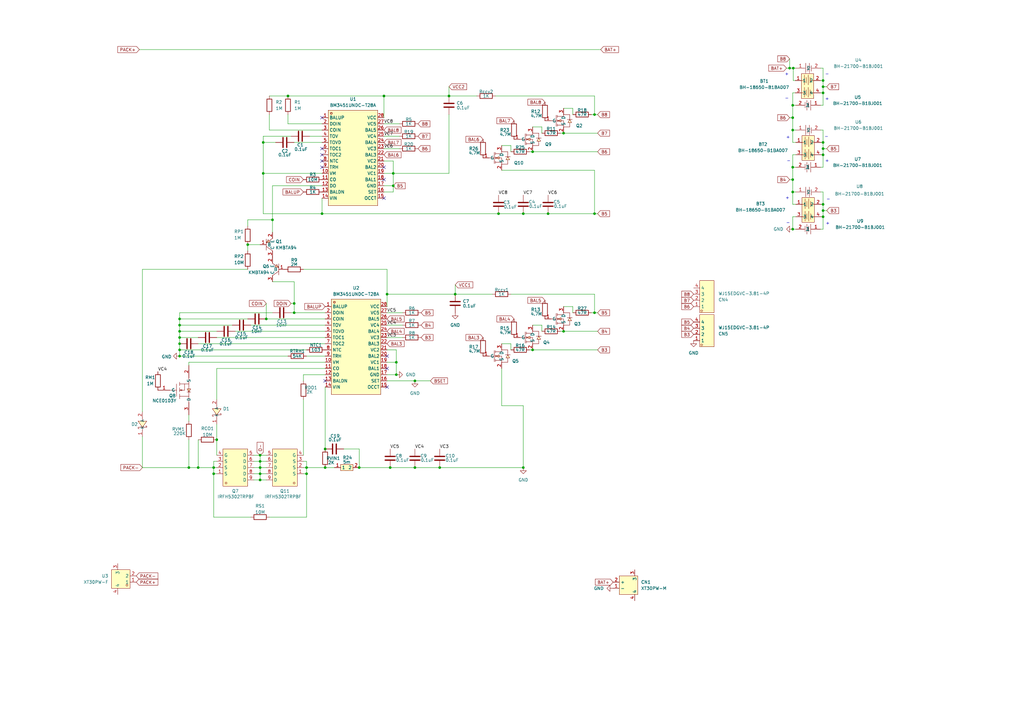
<source format=kicad_sch>
(kicad_sch (version 20250114) (generator "eeschema") (generator_version "9.0")
  (paper "A3")
  (text "+" (at 340.106 40.64 0) (effects (font (size 1.27 1.27)) (justify right)))
  (text "+" (at 340.36 91.694 0) (effects (font (size 1.27 1.27)) (justify right)))
  (text "-" (at 324.104 91.44 0) (effects (font (size 1.27 1.27)) (justify right)))
  (text "+" (at 340.106 66.04 0) (effects (font (size 1.27 1.27)) (justify right)))
  (text "+" (at 323.596 30.48 0) (effects (font (size 1.27 1.27)) (justify right)))
  (text "+" (at 324.104 56.388 0) (effects (font (size 1.27 1.27)) (justify right)))
  (text "-" (at 340.614 81.788 0) (effects (font (size 1.27 1.27)) (justify right)))
  (text "-" (at 339.852 56.134 0) (effects (font (size 1.27 1.27)) (justify right)))
  (text "-" (at 323.596 40.386 0) (effects (font (size 1.27 1.27)) (justify right)))
  (text "+" (at 323.85 81.28 0) (effects (font (size 1.27 1.27)) (justify right)))
  (text "-" (at 324.358 66.04 0) (effects (font (size 1.27 1.27)) (justify right)))
  (text "-" (at 340.106 30.48 0) (effects (font (size 1.27 1.27)) (justify right)))
  (junction (at 231.14 135.89))
  (junction (at 73.66 130.81))
  (junction (at 157.48 39.37))
  (junction (at 337.57 83.82))
  (junction (at 133.35 184.15))
  (junction (at 73.66 133.35))
  (junction (at 106.68 194.31))
  (junction (at 214.63 87.63))
  (junction (at 73.66 146.05))
  (junction (at 325.37 27.94))
  (junction (at 337.57 33.02))
  (junction (at 73.66 140.97))
  (junction (at 158.75 120.65))
  (junction (at 107.95 58.42))
  (junction (at 337.57 58.42))
  (junction (at 109.22 130.81))
  (junction (at 120.65 128.27))
  (junction (at 337.57 86.36))
  (junction (at 111.76 90.17))
  (junction (at 218.44 143.51))
  (junction (at 133.35 191.77))
  (junction (at 325.12 68.58))
  (junction (at 101.6 100.33))
  (junction (at 325.12 73.66))
  (junction (at 87.63 194.31))
  (junction (at 81.28 191.77))
  (junction (at 120.65 124.46))
  (junction (at 337.57 35.56))
  (junction (at 88.9 180.34))
  (junction (at 73.66 135.89))
  (junction (at 337.57 60.96))
  (junction (at 170.18 191.77))
  (junction (at 323.85 27.94))
  (junction (at 214.63 191.77))
  (junction (at 186.69 120.65))
  (junction (at 106.68 191.77))
  (junction (at 243.84 128.27))
  (junction (at 325.12 78.74))
  (junction (at 107.95 71.12))
  (junction (at 73.66 143.51))
  (junction (at 204.47 87.63))
  (junction (at 325.12 48.26))
  (junction (at 132.08 87.63))
  (junction (at 161.29 76.2))
  (junction (at 106.68 186.69))
  (junction (at 162.56 148.59))
  (junction (at 73.66 138.43))
  (junction (at 161.29 71.12))
  (junction (at 125.73 191.77))
  (junction (at 77.47 191.77))
  (junction (at 184.15 39.37))
  (junction (at 87.63 191.77))
  (junction (at 325.12 93.98))
  (junction (at 147.32 191.77))
  (junction (at 218.44 62.23))
  (junction (at 160.02 191.77))
  (junction (at 243.84 87.63))
  (junction (at 106.68 189.23))
  (junction (at 224.79 87.63))
  (junction (at 325.12 43.18))
  (junction (at 162.56 153.67))
  (junction (at 325.12 53.34))
  (junction (at 243.84 46.99))
  (junction (at 337.57 88.9))
  (junction (at 231.14 54.61))
  (junction (at 180.34 191.77))
  (junction (at 106.68 196.85))
  (junction (at 170.18 156.21))
  (junction (at 337.57 63.5))
  (junction (at 125.73 194.31))
  (junction (at 337.57 38.1))
  (junction (at 118.11 39.37))
  (no_connect (at 132.08 68.58))
  (no_connect (at 132.08 63.5))
  (no_connect (at 158.75 146.05))
  (no_connect (at 157.48 68.58))
  (no_connect (at 157.48 81.28))
  (no_connect (at 133.35 156.21))
  (no_connect (at 132.08 60.96))
  (no_connect (at 158.75 151.13))
  (no_connect (at 132.08 66.04))
  (no_connect (at 158.75 158.75))
  (no_connect (at 132.08 48.26))
  (no_connect (at 157.48 73.66))
  (wire (pts (xy 73.66 143.51) (xy 125.73 143.51)))
  (wire (pts (xy 133.35 153.67) (xy 124.46 153.67)))
  (wire (pts (xy 147.32 184.15) (xy 147.32 191.77)))
  (wire (pts (xy 337.57 43.18) (xy 336.55 43.18)))
  (wire (pts (xy 125.73 191.77) (xy 124.46 191.77)))
  (wire (pts (xy 120.65 115.57) (xy 120.65 124.46)))
  (wire (pts (xy 337.57 93.98) (xy 336.55 93.98)))
  (wire (pts (xy 337.57 38.1) (xy 337.82 38.1)))
  (wire (pts (xy 205.74 166.37) (xy 214.63 166.37)))
  (wire (pts (xy 161.29 71.12) (xy 161.29 66.04)))
  (wire (pts (xy 87.63 194.31) (xy 87.63 212.09)))
  (wire (pts (xy 58.42 110.49) (xy 58.42 168.91)))
  (wire (pts (xy 81.28 140.97) (xy 133.35 140.97)))
  (wire (pts (xy 325.12 88.9) (xy 325.12 93.98)))
  (wire (pts (xy 325.37 33.02) (xy 326.14 33.02)))
  (wire (pts (xy 106.68 191.77) (xy 106.68 194.31)))
  (wire (pts (xy 110.49 53.34) (xy 110.49 46.99)))
  (wire (pts (xy 87.63 212.09) (xy 102.87 212.09)))
  (wire (pts (xy 158.75 156.21) (xy 170.18 156.21)))
  (wire (pts (xy 158.75 143.51) (xy 162.56 143.51)))
  (wire (pts (xy 109.22 186.69) (xy 106.68 186.69)))
  (wire (pts (xy 73.66 140.97) (xy 73.66 143.51)))
  (wire (pts (xy 229.87 54.61) (xy 231.14 54.61)))
  (wire (pts (xy 157.48 48.26) (xy 157.48 39.37)))
  (wire (pts (xy 87.63 191.77) (xy 87.63 194.31)))
  (wire (pts (xy 109.22 124.46) (xy 109.22 130.81)))
  (wire (pts (xy 184.15 35.56) (xy 184.15 39.37)))
  (wire (pts (xy 77.47 191.77) (xy 81.28 191.77)))
  (wire (pts (xy 218.44 62.23) (xy 245.11 62.23)))
  (wire (pts (xy 109.22 194.31) (xy 106.68 194.31)))
  (wire (pts (xy 184.15 39.37) (xy 195.58 39.37)))
  (wire (pts (xy 337.57 63.5) (xy 337.57 60.96)))
  (wire (pts (xy 109.22 189.23) (xy 106.68 189.23)))
  (wire (pts (xy 133.35 158.75) (xy 133.35 184.15)))
  (wire (pts (xy 337.57 33.02) (xy 337.57 27.94)))
  (wire (pts (xy 133.35 191.77) (xy 137.16 191.77)))
  (wire (pts (xy 106.68 191.77) (xy 104.14 191.77)))
  (wire (pts (xy 157.48 78.74) (xy 161.29 78.74)))
  (wire (pts (xy 111.76 115.57) (xy 120.65 115.57)))
  (wire (pts (xy 107.95 71.12) (xy 107.95 87.63)))
  (wire (pts (xy 111.76 90.17) (xy 111.76 95.25)))
  (wire (pts (xy 87.63 189.23) (xy 87.63 191.77)))
  (wire (pts (xy 88.9 180.34) (xy 88.9 186.69)))
  (wire (pts (xy 170.18 191.77) (xy 180.34 191.77)))
  (wire (pts (xy 217.17 62.23) (xy 218.44 62.23)))
  (wire (pts (xy 337.57 63.5) (xy 337.57 68.58)))
  (wire (pts (xy 325.12 68.58) (xy 326.39 68.58)))
  (wire (pts (xy 133.35 148.59) (xy 77.47 148.59)))
  (wire (pts (xy 337.57 38.1) (xy 337.57 35.56)))
  (wire (pts (xy 140.97 184.15) (xy 147.32 184.15)))
  (wire (pts (xy 132.08 50.8) (xy 118.11 50.8)))
  (wire (pts (xy 158.75 148.59) (xy 162.56 148.59)))
  (wire (pts (xy 157.48 39.37) (xy 118.11 39.37)))
  (wire (pts (xy 325.12 53.34) (xy 325.12 48.26)))
  (wire (pts (xy 209.55 59.69) (xy 205.74 59.69)))
  (wire (pts (xy 163.83 50.8) (xy 157.48 50.8)))
  (wire (pts (xy 87.63 194.31) (xy 88.9 194.31)))
  (wire (pts (xy 325.37 27.94) (xy 326.39 27.94)))
  (wire (pts (xy 158.75 110.49) (xy 158.75 120.65)))
  (wire (pts (xy 214.63 87.63) (xy 224.79 87.63)))
  (wire (pts (xy 73.66 138.43) (xy 73.66 140.97)))
  (wire (pts (xy 325.12 63.5) (xy 325.12 68.58)))
  (wire (pts (xy 127 55.88) (xy 132.08 55.88)))
  (wire (pts (xy 58.42 179.07) (xy 58.42 191.77)))
  (wire (pts (xy 157.48 66.04) (xy 161.29 66.04)))
  (wire (pts (xy 323.85 24.13) (xy 323.85 27.94)))
  (wire (pts (xy 158.75 120.65) (xy 186.69 120.65)))
  (wire (pts (xy 325.12 78.74) (xy 326.39 78.74)))
  (wire (pts (xy 325.37 33.02) (xy 325.37 27.94)))
  (wire (pts (xy 337.57 86.36) (xy 337.57 83.82)))
  (wire (pts (xy 87.63 189.23) (xy 88.9 189.23)))
  (wire (pts (xy 325.12 38.1) (xy 325.12 43.18)))
  (wire (pts (xy 339.09 35.56) (xy 337.57 35.56)))
  (wire (pts (xy 214.63 166.37) (xy 214.63 191.77)))
  (wire (pts (xy 337.57 38.1) (xy 337.57 43.18)))
  (wire (pts (xy 337.57 78.74) (xy 336.55 78.74)))
  (wire (pts (xy 132.08 76.2) (xy 111.76 76.2)))
  (wire (pts (xy 165.1 138.43) (xy 158.75 138.43)))
  (wire (pts (xy 58.42 191.77) (xy 77.47 191.77)))
  (wire (pts (xy 234.95 44.45) (xy 231.14 44.45)))
  (wire (pts (xy 245.11 128.27) (xy 243.84 128.27)))
  (wire (pts (xy 243.84 46.99) (xy 242.57 46.99)))
  (wire (pts (xy 125.73 194.31) (xy 124.46 194.31)))
  (wire (pts (xy 73.66 130.81) (xy 101.6 130.81)))
  (wire (pts (xy 125.73 191.77) (xy 125.73 194.31)))
  (wire (pts (xy 101.6 102.87) (xy 101.6 100.33)))
  (wire (pts (xy 81.28 191.77) (xy 87.63 191.77)))
  (wire (pts (xy 243.84 128.27) (xy 242.57 128.27)))
  (wire (pts (xy 186.69 120.65) (xy 201.93 120.65)))
  (wire (pts (xy 337.57 68.58) (xy 336.55 68.58)))
  (wire (pts (xy 243.84 120.65) (xy 243.84 128.27)))
  (wire (pts (xy 229.87 135.89) (xy 231.14 135.89)))
  (wire (pts (xy 203.2 39.37) (xy 243.84 39.37)))
  (wire (pts (xy 243.84 46.99) (xy 245.11 46.99)))
  (wire (pts (xy 325.12 83.82) (xy 326.39 83.82)))
  (wire (pts (xy 157.48 71.12) (xy 161.29 71.12)))
  (wire (pts (xy 106.68 186.69) (xy 106.68 189.23)))
  (wire (pts (xy 125.73 189.23) (xy 124.46 189.23)))
  (wire (pts (xy 337.57 63.5) (xy 336.8 63.5)))
  (wire (pts (xy 326.14 38.1) (xy 325.12 38.1)))
  (wire (pts (xy 322.58 27.94) (xy 323.85 27.94)))
  (wire (pts (xy 110.49 212.09) (xy 125.73 212.09)))
  (wire (pts (xy 325.12 88.9) (xy 326.39 88.9)))
  (wire (pts (xy 165.1 128.27) (xy 158.75 128.27)))
  (wire (pts (xy 125.73 191.77) (xy 133.35 191.77)))
  (wire (pts (xy 204.47 87.63) (xy 214.63 87.63)))
  (wire (pts (xy 163.83 60.96) (xy 157.48 60.96)))
  (wire (pts (xy 73.66 135.89) (xy 88.9 135.89)))
  (wire (pts (xy 73.66 128.27) (xy 73.66 130.81)))
  (wire (pts (xy 106.68 189.23) (xy 104.14 189.23)))
  (wire (pts (xy 180.34 191.77) (xy 214.63 191.77)))
  (wire (pts (xy 163.83 55.88) (xy 157.48 55.88)))
  (wire (pts (xy 323.85 27.94) (xy 325.37 27.94)))
  (wire (pts (xy 184.15 71.12) (xy 161.29 71.12)))
  (wire (pts (xy 325.12 73.66) (xy 325.12 78.74)))
  (wire (pts (xy 87.63 191.77) (xy 88.9 191.77)))
  (wire (pts (xy 111.76 76.2) (xy 111.76 90.17)))
  (wire (pts (xy 224.79 87.63) (xy 243.84 87.63)))
  (wire (pts (xy 88.9 138.43) (xy 133.35 138.43)))
  (wire (pts (xy 101.6 92.71) (xy 101.6 90.17)))
  (wire (pts (xy 73.66 133.35) (xy 95.25 133.35)))
  (wire (pts (xy 120.65 128.27) (xy 133.35 128.27)))
  (wire (pts (xy 73.66 133.35) (xy 73.66 135.89)))
  (wire (pts (xy 109.22 191.77) (xy 106.68 191.77)))
  (wire (pts (xy 245.11 54.61) (xy 231.14 54.61)))
  (wire (pts (xy 234.95 46.99) (xy 234.95 44.45)))
  (wire (pts (xy 184.15 46.99) (xy 184.15 71.12)))
  (wire (pts (xy 165.1 133.35) (xy 158.75 133.35)))
  (wire (pts (xy 57.15 20.32) (xy 246.38 20.32)))
  (wire (pts (xy 323.85 48.26) (xy 325.12 48.26)))
  (wire (pts (xy 125.73 194.31) (xy 125.73 212.09)))
  (wire (pts (xy 111.76 128.27) (xy 73.66 128.27)))
  (wire (pts (xy 325.12 68.58) (xy 325.12 73.66)))
  (wire (pts (xy 81.28 180.34) (xy 81.28 191.77)))
  (wire (pts (xy 73.66 130.81) (xy 73.66 133.35)))
  (wire (pts (xy 101.6 100.33) (xy 106.68 100.33)))
  (wire (pts (xy 243.84 87.63) (xy 245.11 87.63)))
  (wire (pts (xy 337.57 60.96) (xy 337.57 58.42)))
  (wire (pts (xy 158.75 120.65) (xy 158.75 125.73)))
  (wire (pts (xy 158.75 153.67) (xy 162.56 153.67)))
  (wire (pts (xy 245.11 143.51) (xy 218.44 143.51)))
  (wire (pts (xy 337.57 83.82) (xy 337.57 78.74)))
  (wire (pts (xy 323.85 73.66) (xy 325.12 73.66)))
  (wire (pts (xy 337.57 58.42) (xy 337.57 53.34)))
  (wire (pts (xy 205.74 151.13) (xy 205.74 166.37)))
  (wire (pts (xy 120.65 58.42) (xy 132.08 58.42)))
  (wire (pts (xy 186.69 116.84) (xy 186.69 120.65)))
  (wire (pts (xy 160.02 191.77) (xy 170.18 191.77)))
  (wire (pts (xy 161.29 78.74) (xy 161.29 76.2)))
  (wire (pts (xy 147.32 191.77) (xy 160.02 191.77)))
  (wire (pts (xy 337.57 33.02) (xy 336.55 33.02)))
  (wire (pts (xy 157.48 39.37) (xy 184.15 39.37)))
  (wire (pts (xy 119.38 55.88) (xy 107.95 55.88)))
  (wire (pts (xy 73.66 135.89) (xy 73.66 138.43)))
  (wire (pts (xy 119.38 124.46) (xy 120.65 124.46)))
  (wire (pts (xy 337.57 38.1) (xy 336.55 38.1)))
  (wire (pts (xy 337.57 88.9) (xy 337.57 86.36)))
  (wire (pts (xy 106.68 194.31) (xy 106.68 196.85)))
  (wire (pts (xy 107.95 87.63) (xy 132.08 87.63)))
  (wire (pts (xy 243.84 69.85) (xy 243.84 87.63)))
  (wire (pts (xy 96.52 135.89) (xy 133.35 135.89)))
  (wire (pts (xy 325.12 93.98) (xy 326.39 93.98)))
  (wire (pts (xy 107.95 71.12) (xy 132.08 71.12)))
  (wire (pts (xy 88.9 151.13) (xy 133.35 151.13)))
  (wire (pts (xy 88.9 151.13) (xy 88.9 163.83)))
  (wire (pts (xy 337.57 88.9) (xy 336.8 88.9)))
  (wire (pts (xy 107.95 58.42) (xy 113.03 58.42)))
  (wire (pts (xy 176.53 156.21) (xy 170.18 156.21)))
  (wire (pts (xy 337.57 35.56) (xy 337.57 33.02)))
  (wire (pts (xy 162.56 148.59) (xy 162.56 153.67)))
  (wire (pts (xy 337.57 83.82) (xy 336.8 83.82)))
  (wire (pts (xy 337.57 53.34) (xy 336.55 53.34)))
  (wire (pts (xy 102.87 133.35) (xy 133.35 133.35)))
  (wire (pts (xy 325.12 53.34) (xy 326.39 53.34)))
  (wire (pts (xy 77.47 180.34) (xy 77.47 191.77)))
  (wire (pts (xy 245.11 135.89) (xy 231.14 135.89)))
  (wire (pts (xy 125.73 189.23) (xy 125.73 191.77)))
  (wire (pts (xy 73.66 138.43) (xy 81.28 138.43)))
  (wire (pts (xy 101.6 110.49) (xy 58.42 110.49)))
  (wire (pts (xy 132.08 53.34) (xy 110.49 53.34)))
  (wire (pts (xy 222.25 133.35) (xy 218.44 133.35)))
  (wire (pts (xy 222.25 54.61) (xy 222.25 52.07)))
  (wire (pts (xy 107.95 55.88) (xy 107.95 58.42)))
  (wire (pts (xy 162.56 143.51) (xy 162.56 148.59)))
  (wire (pts (xy 243.84 39.37) (xy 243.84 46.99)))
  (wire (pts (xy 107.95 58.42) (xy 107.95 71.12)))
  (wire (pts (xy 222.25 135.89) (xy 222.25 133.35)))
  (wire (pts (xy 101.6 90.17) (xy 111.76 90.17)))
  (wire (pts (xy 109.22 130.81) (xy 133.35 130.81)))
  (wire (pts (xy 339.09 60.96) (xy 337.57 60.96)))
  (wire (pts (xy 337.57 58.42) (xy 336.8 58.42)))
  (wire (pts (xy 110.49 39.37) (xy 118.11 39.37)))
  (wire (pts (xy 325.12 58.42) (xy 326.39 58.42)))
  (wire (pts (xy 73.66 146.05) (xy 118.11 146.05)))
  (wire (pts (xy 73.66 143.51) (xy 73.66 146.05)))
  (wire (pts (xy 325.12 43.18) (xy 325.12 48.26)))
  (wire (pts (xy 339.09 86.36) (xy 337.57 86.36)))
  (wire (pts (xy 222.25 52.07) (xy 218.44 52.07)))
  (wire (pts (xy 124.46 163.83) (xy 124.46 186.69)))
  (wire (pts (xy 209.55 62.23) (xy 209.55 59.69)))
  (wire (pts (xy 124.46 153.67) (xy 124.46 156.21)))
  (wire (pts (xy 325.12 53.34) (xy 325.12 58.42)))
  (wire (pts (xy 106.68 196.85) (xy 104.14 196.85)))
  (wire (pts (xy 106.68 194.31) (xy 104.14 194.31)))
  (wire (pts (xy 77.47 148.59) (xy 77.47 149.86)))
  (wire (pts (xy 124.46 110.49) (xy 158.75 110.49)))
  (wire (pts (xy 118.11 50.8) (xy 118.11 46.99)))
  (wire (pts (xy 132.08 81.28) (xy 132.08 87.63)))
  (wire (pts (xy 325.12 43.18) (xy 326.39 43.18)))
  (wire (pts (xy 209.55 143.51) (xy 209.55 140.97)))
  (wire (pts (xy 88.9 180.34) (xy 88.9 173.99)))
  (wire (pts (xy 77.47 172.72) (xy 77.47 170.18)))
  (wire (pts (xy 337.57 88.9) (xy 337.57 93.98)))
  (wire (pts (xy 119.38 128.27) (xy 120.65 128.27)))
  (wire (pts (xy 337.57 27.94) (xy 336.55 27.94)))
  (wire (pts (xy 234.95 125.73) (xy 231.14 125.73)))
  (wire (pts (xy 161.29 76.2) (xy 161.29 71.12)))
  (wire (pts (xy 106.68 186.69) (xy 104.14 186.69)))
  (wire (pts (xy 209.55 120.65) (xy 243.84 120.65)))
  (wire (pts (xy 132.08 87.63) (xy 204.47 87.63)))
  (wire (pts (xy 109.22 196.85) (xy 106.68 196.85)))
  (wire (pts (xy 209.55 140.97) (xy 205.74 140.97)))
  (wire (pts (xy 205.74 69.85) (xy 243.84 69.85)))
  (wire (pts (xy 234.95 128.27) (xy 234.95 125.73)))
  (wire (pts (xy 217.17 143.51) (xy 218.44 143.51)))
  (wire (pts (xy 161.29 76.2) (xy 157.48 76.2)))
  (wire (pts (xy 120.65 124.46) (xy 120.65 128.27)))
  (wire (pts (xy 125.73 146.05) (xy 133.35 146.05)))
  (wire (pts (xy 325.12 63.5) (xy 326.39 63.5)))
  (wire (pts (xy 106.68 189.23) (xy 106.68 191.77)))
  (wire (pts (xy 325.12 78.74) (xy 325.12 83.82)))
  (label "VC3" (at 158.75 138.43 0))
  (label "VC6" (at 224.79 80.01 0))
  (label "VC7" (at 157.48 55.88 0))
  (label "VC4" (at 64.77 152.4 0))
  (label "VC3" (at 180.34 184.15 0))
  (label "VC8" (at 204.47 80.01 0))
  (label "VC7" (at 214.63 80.01 0))
  (label "VC4" (at 170.18 184.15 0))
  (label "VC4" (at 158.75 133.35 0))
  (label "VC6" (at 157.48 60.96 0))
  (label "VC5" (at 158.75 128.27 0))
  (label "VC8" (at 157.48 50.8 0))
  (label "VC5" (at 160.02 184.15 0))
  (global_label "BAT+" (shape input) (at 322.58 27.94 180) (property "Intersheetrefs" "${INTERSHEET_REFS}" (effects (hide yes))))
  (global_label "VCC2" (shape input) (at 184.15 35.56 0) (property "Intersheetrefs" "${INTERSHEET_REFS}" (effects (hide yes))))
  (global_label "BAL3" (shape input) (at 198.12 138.43 180) (property "Intersheetrefs" "${INTERSHEET_REFS}" (effects (hide yes))))
  (global_label "B5" (shape input) (at 339.09 60.96 0) (property "Intersheetrefs" "${INTERSHEET_REFS}" (effects (hide yes))))
  (global_label "B3" (shape input) (at 339.09 86.36 0) (property "Intersheetrefs" "${INTERSHEET_REFS}" (effects (hide yes))))
  (global_label "B6" (shape input) (at 171.45 60.96 0) (property "Intersheetrefs" "${INTERSHEET_REFS}" (effects (hide yes))))
  (global_label "PACK-" (shape input) (at 58.42 191.77 180) (property "Intersheetrefs" "${INTERSHEET_REFS}" (effects (hide yes))))
  (global_label "B6" (shape input) (at 323.85 48.26 180) (property "Intersheetrefs" "${INTERSHEET_REFS}" (effects (hide yes))))
  (global_label "BAL6" (shape input) (at 157.48 63.5 0) (property "Intersheetrefs" "${INTERSHEET_REFS}" (effects (hide yes))))
  (global_label "BAT+" (shape input) (at 246.38 20.32 0) (property "Intersheetrefs" "${INTERSHEET_REFS}" (effects (hide yes))))
  (global_label "BAL8" (shape input) (at 157.48 53.34 0) (property "Intersheetrefs" "${INTERSHEET_REFS}" (effects (hide yes))))
  (global_label "BALUP" (shape input) (at 133.35 125.73 180) (property "Intersheetrefs" "${INTERSHEET_REFS}" (effects (hide yes))))
  (global_label "BALUP" (shape input) (at 124.46 78.74 180) (property "Intersheetrefs" "${INTERSHEET_REFS}" (effects (hide yes))))
  (global_label "B3" (shape input) (at 172.72 138.43 0) (property "Intersheetrefs" "${INTERSHEET_REFS}" (effects (hide yes))))
  (global_label "B5" (shape input) (at 172.72 128.27 0) (property "Intersheetrefs" "${INTERSHEET_REFS}" (effects (hide yes))))
  (global_label "VCC1" (shape input) (at 186.69 116.84 0) (property "Intersheetrefs" "${INTERSHEET_REFS}" (effects (hide yes))))
  (global_label "B4" (shape input) (at 245.11 135.89 0) (property "Intersheetrefs" "${INTERSHEET_REFS}" (effects (hide yes))))
  (global_label "B8" (shape input) (at 171.45 50.8 0) (property "Intersheetrefs" "${INTERSHEET_REFS}" (effects (hide yes))))
  (global_label "B8" (shape input) (at 245.11 46.99 0) (property "Intersheetrefs" "${INTERSHEET_REFS}" (effects (hide yes))))
  (global_label "B5" (shape input) (at 245.11 128.27 0) (property "Intersheetrefs" "${INTERSHEET_REFS}" (effects (hide yes))))
  (global_label "BAL5" (shape input) (at 223.52 123.19 180) (property "Intersheetrefs" "${INTERSHEET_REFS}" (effects (hide yes))))
  (global_label "O-" (shape input) (at 106.68 186.69 90) (property "Intersheetrefs" "${INTERSHEET_REFS}" (effects (hide yes))))
  (global_label "COIN" (shape input) (at 109.22 124.46 180) (property "Intersheetrefs" "${INTERSHEET_REFS}" (effects (hide yes))))
  (global_label "B5" (shape input) (at 161.29 76.2 0) (property "Intersheetrefs" "${INTERSHEET_REFS}" (effects (hide yes))))
  (global_label "BSET" (shape input) (at 176.53 156.21 0) (property "Intersheetrefs" "${INTERSHEET_REFS}" (effects (hide yes))))
  (global_label "BAL6" (shape input) (at 198.12 57.15 180) (property "Intersheetrefs" "${INTERSHEET_REFS}" (effects (hide yes))))
  (global_label "B6" (shape input) (at 284.48 125.73 180) (property "Intersheetrefs" "${INTERSHEET_REFS}" (effects (hide yes))))
  (global_label "B4" (shape input) (at 323.85 73.66 180) (property "Intersheetrefs" "${INTERSHEET_REFS}" (effects (hide yes))))
  (global_label "B5" (shape input) (at 245.11 87.63 0) (property "Intersheetrefs" "${INTERSHEET_REFS}" (effects (hide yes))))
  (global_label "DOIN" (shape input) (at 119.38 124.46 180) (property "Intersheetrefs" "${INTERSHEET_REFS}" (effects (hide yes))))
  (global_label "BAL3" (shape input) (at 158.75 140.97 0) (property "Intersheetrefs" "${INTERSHEET_REFS}" (effects (hide yes))))
  (global_label "B6" (shape input) (at 245.11 62.23 0) (property "Intersheetrefs" "${INTERSHEET_REFS}" (effects (hide yes))))
  (global_label "B7" (shape input) (at 171.45 55.88 0) (property "Intersheetrefs" "${INTERSHEET_REFS}" (effects (hide yes))))
  (global_label "B8" (shape input) (at 323.85 24.13 180) (property "Intersheetrefs" "${INTERSHEET_REFS}" (effects (hide yes))))
  (global_label "BAL4" (shape input) (at 210.82 130.81 180) (property "Intersheetrefs" "${INTERSHEET_REFS}" (effects (hide yes))))
  (global_label "BAL4" (shape input) (at 158.75 135.89 0) (property "Intersheetrefs" "${INTERSHEET_REFS}" (effects (hide yes))))
  (global_label "B3" (shape input) (at 284.48 137.16 180) (property "Intersheetrefs" "${INTERSHEET_REFS}" (effects (hide yes))))
  (global_label "B4" (shape input) (at 284.48 134.62 180) (property "Intersheetrefs" "${INTERSHEET_REFS}" (effects (hide yes))))
  (global_label "BAL8" (shape input) (at 223.52 41.91 180) (property "Intersheetrefs" "${INTERSHEET_REFS}" (effects (hide yes))))
  (global_label "PACK-" (shape input) (at 55.88 236.22 0) (property "Intersheetrefs" "${INTERSHEET_REFS}" (effects (hide yes))))
  (global_label "B7" (shape input) (at 245.11 54.61 0) (property "Intersheetrefs" "${INTERSHEET_REFS}" (effects (hide yes))))
  (global_label "B8" (shape input) (at 284.48 120.65 180) (property "Intersheetrefs" "${INTERSHEET_REFS}" (effects (hide yes))))
  (global_label "BAT+" (shape input) (at 251.46 238.76 180) (property "Intersheetrefs" "${INTERSHEET_REFS}" (effects (hide yes))))
  (global_label "BAL7" (shape input) (at 157.48 58.42 0) (property "Intersheetrefs" "${INTERSHEET_REFS}" (effects (hide yes))))
  (global_label "B7" (shape input) (at 284.48 123.19 180) (property "Intersheetrefs" "${INTERSHEET_REFS}" (effects (hide yes))))
  (global_label "BAL7" (shape input) (at 210.82 49.53 180) (property "Intersheetrefs" "${INTERSHEET_REFS}" (effects (hide yes))))
  (global_label "B4" (shape input) (at 172.72 133.35 0) (property "Intersheetrefs" "${INTERSHEET_REFS}" (effects (hide yes))))
  (global_label "COIN" (shape input) (at 124.46 73.66 180) (property "Intersheetrefs" "${INTERSHEET_REFS}" (effects (hide yes))))
  (global_label "PACK+" (shape input) (at 55.88 238.76 0) (property "Intersheetrefs" "${INTERSHEET_REFS}" (effects (hide yes))))
  (global_label "BAL5" (shape input) (at 158.75 130.81 0) (property "Intersheetrefs" "${INTERSHEET_REFS}" (effects (hide yes))))
  (global_label "PACK+" (shape input) (at 57.15 20.32 180) (property "Intersheetrefs" "${INTERSHEET_REFS}" (effects (hide yes))))
  (global_label "B5" (shape input) (at 284.48 132.08 180) (property "Intersheetrefs" "${INTERSHEET_REFS}" (effects (hide yes))))
  (global_label "B3" (shape input) (at 245.11 143.51 0) (property "Intersheetrefs" "${INTERSHEET_REFS}" (effects (hide yes))))
  (global_label "B7" (shape input) (at 339.09 35.56 0) (property "Intersheetrefs" "${INTERSHEET_REFS}" (effects (hide yes))))
  (symbol (lib_id "Device:R") (at 167.64 50.8 270) (unit 1)
    (property "Reference" "R5" (at 167.64 49.022 90))
    (property "Value" "1K" (at 167.64 50.8 90))
    (property "Footprint" "Resistor_SMD:R_0603_1608Metric_Pad0.98x0.95mm_HandSolder" (effects (hide yes)))
    (property "Description" "Resistor" (effects (hide yes)))
  )
  (symbol (lib_id "Device:R") (at 101.6 106.68 0) (unit 1)
    (property "Reference" "RP2" (at 96.012 105.156 0) (effects (justify left)))
    (property "Value" "10M" (at 96.012 107.696 0) (effects (justify left)))
    (property "Footprint" "Resistor_SMD:R_0603_1608Metric_Pad0.98x0.95mm_HandSolder" (effects (hide yes)))
    (property "Description" "Resistor" (effects (hide yes)))
  )
  (symbol (lib_id "Device:C") (at 214.63 83.82 180) (unit 1)
    (property "Reference" "C4" (at 218.186 82.804 0))
    (property "Value" "0.1uF" (at 219.71 84.582 0))
    (property "Footprint" "Capacitor_SMD:C_0603_1608Metric_Pad1.08x0.95mm_HandSolder" (effects (hide yes)))
    (property "Description" "Unpolarized capacitor" (effects (hide yes)))
  )
  (symbol (lib_id "Device:C") (at 184.15 43.18 180) (unit 1)
    (property "Reference" "C6" (at 188.595 42.291 0))
    (property "Value" "0.1uF" (at 189.992 44.196 0))
    (property "Footprint" "Capacitor_SMD:C_0603_1608Metric_Pad1.08x0.95mm_HandSolder" (effects (hide yes)))
    (property "Description" "Unpolarized capacitor" (effects (hide yes)))
  )
  (symbol (lib_id "easyeda2kicad:B5819W_C917036") (at 88.9 168.91 90) (unit 1)
    (property "Reference" "D1" (at 91.44 167.6399 90) (effects (justify right)))
    (property "Value" "B5819W_C917036" (effects (hide yes)))
    (property "Footprint" "easyeda2kicad:SOD-123_L2.8-W1.8-LS3.7-RD-1" (effects (hide yes)))
    (property "Datasheet" "https://lcsc.com/product-detail/Schottky-Barrier-Diodes-SBD_JSMSEMI-B5819W_C917036.html" (effects (hide yes)))
    (property "LCSC Part" "C917036" (effects (hide yes)))
  )
  (symbol (lib_id "Device:C") (at 99.06 133.35 90) (unit 1)
    (property "Reference" "C15" (at 99.06 136.906 90))
    (property "Value" "0.1uF" (at 99.06 138.43 90))
    (property "Footprint" "Capacitor_SMD:C_0603_1608Metric_Pad1.08x0.95mm_HandSolder" (effects (hide yes)))
    (property "Description" "Unpolarized capacitor" (effects (hide yes)))
  )
  (symbol (lib_id "easyeda2kicad:IRFH5302TRPBF") (at 116.84 191.77 180) (unit 1)
    (property "Reference" "Q11" (at 116.84 201.422 0))
    (property "Value" "IRFH5302TRPBF" (at 116.078 203.708 0))
    (property "Footprint" "easyeda2kicad:PQFN-8_L6.0-W5.0-P1.27-LS6.0-BL" (effects (hide yes)))
    (property "Datasheet" "https://lcsc.com/product-detail/MOSFET_Infineon_IRFH5302TRPBF_IRFH5302TRPBF_C148153.html" (effects (hide yes)))
    (property "LCSC Part" "C148153" (effects (hide yes)))
  )
  (symbol (lib_id "easyeda2kicad:BM3451UNDC-T28A") (at 146.05 142.24 0) (unit 1)
    (property "Reference" "U2" (at 146.05 118.11 0))
    (property "Value" "BM3451UNDC-T28A" (at 146.05 120.65 0))
    (property "Footprint" "easyeda2kicad:TSSOP-28_L9.7-W4.4-P0.65-LS6.4-BL" (effects (hide yes)))
    (property "Datasheet" "https://lcsc.com/product-detail/Battery-Protection-ICs_BM3451UNDC-T28A_C94597.html" (effects (hide yes)))
    (property "LCSC Part" "C94597" (effects (hide yes)))
  )
  (symbol (lib_id "easyeda2kicad:SI2302A-TP") (at 218.44 138.43 0) (unit 1)
    (property "Reference" "Q4" (at 222.758 140.462 0) (effects (justify left)))
    (property "Value" "SI2302A-TP" (effects (hide yes)))
    (property "Footprint" "easyeda2kicad:SOT-23-3_L2.9-W1.3-P1.90-LS2.4-BR" (effects (hide yes)))
    (property "Datasheet" "https://lcsc.com/product-detail/MOSFET_MCC-Micro-Commercial-Components-MCC-SI2302A-TP_C668996.html" (effects (hide yes)))
    (property "LCSC Part" "C668996" (effects (hide yes)))
  )
  (symbol (lib_id "power:GND") (at 73.66 146.05 270) (unit 1)
    (property "Reference" "#PWR07" (effects (hide yes)))
    (property "Value" "GND" (at 68.326 146.304 90))
    (property "Description" "Power symbol creates a global label with name \"GND\" , ground" (effects (hide yes)))
  )
  (symbol (lib_id "Device:R") (at 238.76 128.27 270) (unit 1)
    (property "Reference" "R27" (at 238.76 126.492 90))
    (property "Value" "47R" (at 238.76 128.27 90))
    (property "Footprint" "Resistor_SMD:R_1206_3216Metric_Pad1.30x1.75mm_HandSolder" (effects (hide yes)))
    (property "Description" "Resistor" (effects (hide yes)))
  )
  (symbol (lib_id "easyeda2kicad:BH-18650-B1BA007") (at 331.47 86.36 0) (unit 1)
    (property "Reference" "BT3" (at 311.912 83.566 0))
    (property "Value" "BH-18650-B1BA007" (at 311.912 86.106 0))
    (property "Footprint" "easyeda2kicad:BAT-SMD_BH-18650-B1BA007" (effects (hide yes)))
    (property "LCSC Part" "C6937126" (effects (hide yes)))
  )
  (symbol (lib_id "easyeda2kicad:BM3451UNDC-T28A") (at 144.78 64.77 0) (unit 1)
    (property "Reference" "U1" (at 144.78 40.64 0))
    (property "Value" "BM3451UNDC-T28A" (at 144.78 43.18 0))
    (property "Footprint" "easyeda2kicad:TSSOP-28_L9.7-W4.4-P0.65-LS6.4-BL" (effects (hide yes)))
    (property "Datasheet" "https://lcsc.com/product-detail/Battery-Protection-ICs_BM3451UNDC-T28A_C94597.html" (effects (hide yes)))
    (property "LCSC Part" "C94597" (effects (hide yes)))
  )
  (symbol (lib_id "Device:R") (at 120.65 110.49 270) (unit 1)
    (property "Reference" "R9" (at 120.65 106.68 90))
    (property "Value" "2M" (at 120.65 108.458 90))
    (property "Footprint" "Resistor_SMD:R_0603_1608Metric_Pad0.98x0.95mm_HandSolder" (effects (hide yes)))
    (property "Description" "Resistor" (effects (hide yes)))
  )
  (symbol (lib_id "Device:R") (at 223.52 127 0) (unit 1)
    (property "Reference" "R13" (at 219.71 127 0))
    (property "Value" "4.7M" (at 219.964 128.778 0))
    (property "Footprint" "Resistor_SMD:R_0603_1608Metric_Pad0.98x0.95mm_HandSolder" (effects (hide yes)))
    (property "Description" "Resistor" (effects (hide yes)))
  )
  (symbol (lib_id "Device:R") (at 106.68 212.09 90) (unit 1)
    (property "Reference" "RS1" (at 106.68 207.518 90))
    (property "Value" "10M" (at 106.68 210.058 90))
    (property "Footprint" "Resistor_SMD:R_0603_1608Metric_Pad0.98x0.95mm_HandSolder" (effects (hide yes)))
    (property "Description" "Resistor" (effects (hide yes)))
  )
  (symbol (lib_id "easyeda2kicad:BH-18650-B1BA007") (at 331.47 60.96 0) (unit 1)
    (property "Reference" "BT2" (at 312.928 59.182 0))
    (property "Value" "BH-18650-B1BA007" (at 312.928 61.722 0))
    (property "Footprint" "easyeda2kicad:BAT-SMD_BH-18650-B1BA007" (effects (hide yes)))
    (property "LCSC Part" "C6937126" (effects (hide yes)))
  )
  (symbol (lib_id "power:GND") (at 284.48 139.7 0) (unit 1)
    (property "Reference" "#PWR09" (effects (hide yes)))
    (property "Value" "GND" (at 284.48 144.78 0))
    (property "Description" "Power symbol creates a global label with name \"GND\" , ground" (effects (hide yes)))
  )
  (symbol (lib_id "Device:R") (at 238.76 46.99 270) (unit 1)
    (property "Reference" "R18" (at 238.76 45.212 90))
    (property "Value" "47R" (at 238.76 46.99 90))
    (property "Footprint" "Resistor_SMD:R_1206_3216Metric_Pad1.30x1.75mm_HandSolder" (effects (hide yes)))
    (property "Description" "Resistor" (effects (hide yes)))
  )
  (symbol (lib_id "power:GND") (at 214.63 191.77 0) (unit 1)
    (property "Reference" "#PWR05" (effects (hide yes)))
    (property "Value" "GND" (at 214.63 196.85 0))
    (property "Description" "Power symbol creates a global label with name \"GND\" , ground" (effects (hide yes)))
  )
  (symbol (lib_id "easyeda2kicad:BH-21700-B1BJ001") (at 331.47 43.18 180) (unit 1)
    (property "Reference" "U5" (at 351.79 39.878 0))
    (property "Value" "BH-21700-B1BJ001" (at 351.79 42.418 0))
    (property "Footprint" "easyeda2kicad:BAT-SMD_L82.5.5-W25-BH-21700-B1BJ001" (effects (hide yes)))
    (property "LCSC Part" "C20606791" (effects (hide yes)))
  )
  (symbol (lib_id "easyeda2kicad:BH-18650-B1BA007") (at 331.22 35.56 0) (unit 1)
    (property "Reference" "BT1" (at 313.44 33.274 0))
    (property "Value" "BH-18650-B1BA007" (at 313.44 35.814 0))
    (property "Footprint" "easyeda2kicad:BAT-SMD_BH-18650-B1BA007" (effects (hide yes)))
    (property "LCSC Part" "C6937126" (effects (hide yes)))
  )
  (symbol (lib_id "Device:C") (at 224.79 83.82 180) (unit 1)
    (property "Reference" "C5" (at 228.346 82.804 0))
    (property "Value" "0.1uF" (at 229.87 84.582 0))
    (property "Footprint" "Capacitor_SMD:C_0603_1608Metric_Pad1.08x0.95mm_HandSolder" (effects (hide yes)))
    (property "Description" "Unpolarized capacitor" (effects (hide yes)))
  )
  (symbol (lib_id "easyeda2kicad:NCE0103Y") (at 77.47 160.02 0) (mirror x) (unit 1)
    (property "Reference" "Q8" (at 69.342 162.306 0) (effects (justify left)))
    (property "Value" "NCE0103Y" (at 62.484 164.338 0) (effects (justify left)))
    (property "Footprint" "easyeda2kicad:SOT-23-3_L2.9-W1.6-P1.90-LS2.8-BR" (effects (hide yes)))
    (property "Datasheet" "https://lcsc.com/product-detail/MOSFET_NCE0103Y_C153001.html" (effects (hide yes)))
    (property "LCSC Part" "C153001" (effects (hide yes)))
  )
  (symbol (lib_id "Device:R") (at 124.46 160.02 0) (unit 1)
    (property "Reference" "RDO1" (at 127.508 159.004 0))
    (property "Value" "2K" (at 127 160.782 0))
    (property "Footprint" "Resistor_SMD:R_0603_1608Metric_Pad0.98x0.95mm_HandSolder" (effects (hide yes)))
    (property "Description" "Resistor" (effects (hide yes)))
  )
  (symbol (lib_id "Device:R") (at 128.27 78.74 270) (unit 1)
    (property "Reference" "R4" (at 128.27 76.962 90))
    (property "Value" "1K" (at 128.27 78.74 90))
    (property "Footprint" "Resistor_SMD:R_0603_1608Metric_Pad0.98x0.95mm_HandSolder" (effects (hide yes)))
    (property "Description" "Resistor" (effects (hide yes)))
  )
  (symbol (lib_id "Device:R") (at 118.11 43.18 0) (unit 1)
    (property "Reference" "R1" (at 120.65 41.9099 0) (effects (justify left)))
    (property "Value" "1M" (at 120.65 44.4499 0) (effects (justify left)))
    (property "Footprint" "Resistor_SMD:R_0603_1608Metric_Pad0.98x0.95mm_HandSolder" (effects (hide yes)))
    (property "Description" "Resistor" (effects (hide yes)))
  )
  (symbol (lib_id "Device:R") (at 168.91 133.35 270) (unit 1)
    (property "Reference" "R7" (at 168.91 131.572 90))
    (property "Value" "1K" (at 168.91 133.35 90))
    (property "Footprint" "Resistor_SMD:R_0603_1608Metric_Pad0.98x0.95mm_HandSolder" (effects (hide yes)))
    (property "Description" "Resistor" (effects (hide yes)))
  )
  (symbol (lib_id "Device:C") (at 85.09 138.43 90) (unit 1)
    (property "Reference" "C17" (at 85.09 141.986 90))
    (property "Value" "0.1uF" (at 85.09 143.51 90))
    (property "Footprint" "Capacitor_SMD:C_0603_1608Metric_Pad1.08x0.95mm_HandSolder" (effects (hide yes)))
    (property "Description" "Unpolarized capacitor" (effects (hide yes)))
  )
  (symbol (lib_id "Device:C") (at 204.47 83.82 180) (unit 1)
    (property "Reference" "C3" (at 207.772 83.058 0))
    (property "Value" "0.1uF" (at 209.296 84.836 0))
    (property "Footprint" "Capacitor_SMD:C_0603_1608Metric_Pad1.08x0.95mm_HandSolder" (effects (hide yes)))
    (property "Description" "Unpolarized capacitor" (effects (hide yes)))
  )
  (symbol (lib_id "Device:R") (at 101.6 96.52 0) (unit 1)
    (property "Reference" "RP1" (at 96.012 94.996 0) (effects (justify left)))
    (property "Value" "1M" (at 96.012 97.536 0) (effects (justify left)))
    (property "Footprint" "Resistor_SMD:R_0603_1608Metric_Pad0.98x0.95mm_HandSolder" (effects (hide yes)))
    (property "Description" "Resistor" (effects (hide yes)))
  )
  (symbol (lib_id "Device:C") (at 92.71 135.89 90) (unit 1)
    (property "Reference" "C16" (at 92.71 139.446 90))
    (property "Value" "0.1uF" (at 92.71 140.97 90))
    (property "Footprint" "Capacitor_SMD:C_0603_1608Metric_Pad1.08x0.95mm_HandSolder" (effects (hide yes)))
    (property "Description" "Unpolarized capacitor" (effects (hide yes)))
  )
  (symbol (lib_id "power:GND") (at 162.56 153.67 90) (unit 1)
    (property "Reference" "#PWR08" (effects (hide yes)))
    (property "Value" "GND" (at 166.37 153.6699 90) (effects (justify right)))
    (property "Description" "Power symbol creates a global label with name \"GND\" , ground" (effects (hide yes)))
  )
  (symbol (lib_id "Device:R") (at 213.36 62.23 270) (unit 1)
    (property "Reference" "R25" (at 213.36 60.452 90))
    (property "Value" "47R" (at 213.36 62.23 90))
    (property "Footprint" "Resistor_SMD:R_1206_3216Metric_Pad1.30x1.75mm_HandSolder" (effects (hide yes)))
    (property "Description" "Resistor" (effects (hide yes)))
  )
  (symbol (lib_id "easyeda2kicad:BH-21700-B1BJ001") (at 331.47 68.58 180) (unit 1)
    (property "Reference" "U7" (at 351.79 65.278 0))
    (property "Value" "BH-21700-B1BJ001" (at 351.79 67.818 0))
    (property "Footprint" "easyeda2kicad:BAT-SMD_L82.5.5-W25-BH-21700-B1BJ001" (effects (hide yes)))
    (property "LCSC Part" "C20606791" (effects (hide yes)))
  )
  (symbol (lib_id "easyeda2kicad:BH-21700-B1BJ001") (at 331.47 27.94 0) (unit 1)
    (property "Reference" "U4" (at 352.044 24.638 0))
    (property "Value" "BH-21700-B1BJ001" (at 352.044 27.178 0))
    (property "Footprint" "easyeda2kicad:BAT-SMD_L82.5.5-W25-BH-21700-B1BJ001" (effects (hide yes)))
    (property "LCSC Part" "C20606791" (effects (hide yes)))
  )
  (symbol (lib_id "Device:R") (at 168.91 128.27 270) (unit 1)
    (property "Reference" "R6" (at 168.91 126.492 90))
    (property "Value" "1K" (at 168.91 128.27 90))
    (property "Footprint" "Resistor_SMD:R_0603_1608Metric_Pad0.98x0.95mm_HandSolder" (effects (hide yes)))
    (property "Description" "Resistor" (effects (hide yes)))
  )
  (symbol (lib_id "easyeda2kicad:KMBTA94") (at 111.76 110.49 180) (unit 1)
    (property "Reference" "Q6" (at 110.49 109.2199 0) (effects (justify left)))
    (property "Value" "KMBTA94" (at 110.49 111.7599 0) (effects (justify left)))
    (property "Footprint" "easyeda2kicad:SOT-23-3_L2.9-W1.3-P1.90-LS2.4-BR" (effects (hide yes)))
    (property "Datasheet" "https://lcsc.com/product-detail/New-Arrivals_KEXIN-KMBTA94_C489166.html" (effects (hide yes)))
    (property "LCSC Part" "C489166" (effects (hide yes)))
  )
  (symbol (lib_id "Device:C") (at 116.84 58.42 90) (unit 1)
    (property "Reference" "C2" (at 116.84 61.976 90))
    (property "Value" "0.1uF" (at 116.84 63.5 90))
    (property "Footprint" "Capacitor_SMD:C_0603_1608Metric_Pad1.08x0.95mm_HandSolder" (effects (hide yes)))
    (property "Description" "Unpolarized capacitor" (effects (hide yes)))
  )
  (symbol (lib_id "Device:R") (at 64.77 156.21 180) (unit 1)
    (property "Reference" "RM1" (at 61.595 154.813 0))
    (property "Value" "1M" (at 61.595 157.353 0))
    (property "Footprint" "Resistor_SMD:R_0603_1608Metric_Pad0.98x0.95mm_HandSolder" (effects (hide yes)))
    (property "Description" "Resistor" (effects (hide yes)))
  )
  (symbol (lib_id "power:GND") (at 186.69 128.27 0) (unit 1)
    (property "Reference" "#PWR04" (effects (hide yes)))
    (property "Value" "GND" (at 186.69 133.35 0))
    (property "Description" "Power symbol creates a global label with name \"GND\" , ground" (effects (hide yes)))
  )
  (symbol (lib_id "Device:R") (at 210.82 134.62 0) (unit 1)
    (property "Reference" "R15" (at 207.01 134.62 0))
    (property "Value" "4.7M" (at 207.264 136.398 0))
    (property "Footprint" "Resistor_SMD:R_0603_1608Metric_Pad0.98x0.95mm_HandSolder" (effects (hide yes)))
    (property "Description" "Resistor" (effects (hide yes)))
  )
  (symbol (lib_id "Device:R") (at 168.91 138.43 270) (unit 1)
    (property "Reference" "R8" (at 168.91 136.652 90))
    (property "Value" "1K" (at 168.91 138.43 90))
    (property "Footprint" "Resistor_SMD:R_0603_1608Metric_Pad0.98x0.95mm_HandSolder" (effects (hide yes)))
    (property "Description" "Resistor" (effects (hide yes)))
  )
  (symbol (lib_id "Device:C") (at 123.19 55.88 90) (unit 1)
    (property "Reference" "C1" (at 123.19 59.436 90))
    (property "Value" "0.1uF" (at 123.444 61.214 90))
    (property "Footprint" "Capacitor_SMD:C_0603_1608Metric_Pad1.08x0.95mm_HandSolder" (effects (hide yes)))
    (property "Description" "Unpolarized capacitor" (effects (hide yes)))
  )
  (symbol (lib_id "Device:R") (at 198.12 142.24 0) (unit 1)
    (property "Reference" "R17" (at 194.31 142.24 0))
    (property "Value" "4.7M" (at 194.564 144.018 0))
    (property "Footprint" "Resistor_SMD:R_0603_1608Metric_Pad0.98x0.95mm_HandSolder" (effects (hide yes)))
    (property "Description" "Resistor" (effects (hide yes)))
  )
  (symbol (lib_id "easyeda2kicad:KMBTA94") (at 111.76 100.33 0) (mirror x) (unit 1)
    (property "Reference" "Q1" (at 113.03 99.0599 0) (effects (justify left)))
    (property "Value" "KMBTA94" (at 113.03 101.5999 0) (effects (justify left)))
    (property "Footprint" "easyeda2kicad:SOT-23-3_L2.9-W1.3-P1.90-LS2.4-BR" (effects (hide yes)))
    (property "Datasheet" "https://lcsc.com/product-detail/New-Arrivals_KEXIN-KMBTA94_C489166.html" (effects (hide yes)))
    (property "LCSC Part" "C489166" (effects (hide yes)))
  )
  (symbol (lib_id "Device:R") (at 128.27 73.66 270) (unit 1)
    (property "Reference" "R3" (at 128.27 71.628 90))
    (property "Value" "10M" (at 128.27 73.66 90))
    (property "Footprint" "Resistor_SMD:R_0603_1608Metric_Pad0.98x0.95mm_HandSolder" (effects (hide yes)))
    (property "Description" "Resistor" (effects (hide yes)))
  )
  (symbol (lib_id "power:GND") (at 325.12 93.98 270) (unit 1)
    (property "Reference" "#PWR01" (effects (hide yes)))
    (property "Value" "GND" (at 321.31 93.9799 90) (effects (justify right)))
    (property "Description" "Power symbol creates a global label with name \"GND\" , ground" (effects (hide yes)))
  )
  (symbol (lib_id "Device:C") (at 115.57 128.27 90) (unit 1)
    (property "Reference" "C13" (at 115.57 131.826 90))
    (property "Value" "10nF" (at 115.57 133.35 90))
    (property "Footprint" "Capacitor_SMD:C_0603_1608Metric_Pad1.08x0.95mm_HandSolder" (effects (hide yes)))
    (property "Description" "Unpolarized capacitor" (effects (hide yes)))
  )
  (symbol (lib_id "easyeda2kicad:SI2302A-TP") (at 231.14 49.53 0) (unit 1)
    (property "Reference" "Q2" (at 236.22 51.562 0) (effects (justify left)))
    (property "Value" "SI2302A-TP" (effects (hide yes)))
    (property "Footprint" "easyeda2kicad:SOT-23-3_L2.9-W1.3-P1.90-LS2.4-BR" (effects (hide yes)))
    (property "Datasheet" "https://lcsc.com/product-detail/MOSFET_MCC-Micro-Commercial-Components-MCC-SI2302A-TP_C668996.html" (effects (hide yes)))
    (property "LCSC Part" "C668996" (effects (hide yes)))
  )
  (symbol (lib_id "Device:R") (at 167.64 55.88 270) (unit 1)
    (property "Reference" "R19" (at 167.64 54.102 90))
    (property "Value" "1K" (at 167.64 55.88 90))
    (property "Footprint" "Resistor_SMD:R_0603_1608Metric_Pad0.98x0.95mm_HandSolder" (effects (hide yes)))
    (property "Description" "Resistor" (effects (hide yes)))
  )
  (symbol (lib_id "easyeda2kicad:SI2302A-TP") (at 218.44 57.15 0) (unit 1)
    (property "Reference" "Q9" (at 223.52 59.182 0) (effects (justify left)))
    (property "Value" "SI2302A-TP" (effects (hide yes)))
    (property "Footprint" "easyeda2kicad:SOT-23-3_L2.9-W1.3-P1.90-LS2.4-BR" (effects (hide yes)))
    (property "Datasheet" "https://lcsc.com/product-detail/MOSFET_MCC-Micro-Commercial-Components-MCC-SI2302A-TP_C668996.html" (effects (hide yes)))
    (property "LCSC Part" "C668996" (effects (hide yes)))
  )
  (symbol (lib_id "easyeda2kicad:SI2302A-TP") (at 205.74 146.05 0) (unit 1)
    (property "Reference" "Q5" (at 210.058 148.082 0) (effects (justify left)))
    (property "Value" "SI2302A-TP" (effects (hide yes)))
    (property "Footprint" "easyeda2kicad:SOT-23-3_L2.9-W1.3-P1.90-LS2.4-BR" (effects (hide yes)))
    (property "Datasheet" "https://lcsc.com/product-detail/MOSFET_MCC-Micro-Commercial-Components-MCC-SI2302A-TP_C668996.html" (effects (hide yes)))
    (property "LCSC Part" "C668996" (effects (hide yes)))
  )
  (symbol (lib_id "easyeda2kicad:B5819W_C917036") (at 58.42 173.99 90) (unit 1)
    (property "Reference" "D2" (at 53.848 173.99 90) (effects (justify right)))
    (property "Value" "B5819W_C917036" (effects (hide yes)))
    (property "Footprint" "easyeda2kicad:SOD-123_L2.8-W1.8-LS3.7-RD-1" (effects (hide yes)))
    (property "Datasheet" "https://lcsc.com/product-detail/Schottky-Barrier-Diodes-SBD_JSMSEMI-B5819W_C917036.html" (effects (hide yes)))
    (property "LCSC Part" "C917036" (effects (hide yes)))
  )
  (symbol (lib_id "Device:C") (at 170.18 187.96 180) (unit 1)
    (property "Reference" "C9" (at 173.736 186.944 0))
    (property "Value" "0.1uF" (at 175.26 188.722 0))
    (property "Footprint" "Capacitor_SMD:C_0603_1608Metric_Pad1.08x0.95mm_HandSolder" (effects (hide yes)))
    (property "Description" "Unpolarized capacitor" (effects (hide yes)))
  )
  (symbol (lib_id "Device:R") (at 199.39 39.37 270) (unit 1)
    (property "Reference" "Rccv2" (at 199.39 37.592 90))
    (property "Value" "1K" (at 199.39 39.37 90))
    (property "Footprint" "Resistor_SMD:R_0603_1608Metric_Pad0.98x0.95mm_HandSolder" (effects (hide yes)))
    (property "Description" "Resistor" (effects (hide yes)))
  )
  (symbol (lib_id "easyeda2kicad:SI2302A-TP") (at 205.74 64.77 0) (unit 1)
    (property "Reference" "Q10" (at 210.82 66.802 0) (effects (justify left)))
    (property "Value" "SI2302A-TP" (effects (hide yes)))
    (property "Footprint" "easyeda2kicad:SOT-23-3_L2.9-W1.3-P1.90-LS2.4-BR" (effects (hide yes)))
    (property "Datasheet" "https://lcsc.com/product-detail/MOSFET_MCC-Micro-Commercial-Components-MCC-SI2302A-TP_C668996.html" (effects (hide yes)))
    (property "LCSC Part" "C668996" (effects (hide yes)))
  )
  (symbol (lib_id "Device:R") (at 226.06 54.61 270) (unit 1)
    (property "Reference" "R11" (at 226.06 52.832 90))
    (property "Value" "47R" (at 226.06 54.61 90))
    (property "Footprint" "Resistor_SMD:R_1206_3216Metric_Pad1.30x1.75mm_HandSolder" (effects (hide yes)))
    (property "Description" "Resistor" (effects (hide yes)))
  )
  (symbol (lib_id "Device:C") (at 186.69 124.46 180) (unit 1)
    (property "Reference" "C7" (at 191.135 123.571 0))
    (property "Value" "0.1uF" (at 192.532 125.476 0))
    (property "Footprint" "Capacitor_SMD:C_0603_1608Metric_Pad1.08x0.95mm_HandSolder" (effects (hide yes)))
    (property "Description" "Unpolarized capacitor" (effects (hide yes)))
  )
  (symbol (lib_id "Device:C") (at 77.47 140.97 90) (unit 1)
    (property "Reference" "C18" (at 77.47 144.526 90))
    (property "Value" "0.1uF" (at 77.47 146.05 90))
    (property "Footprint" "Capacitor_SMD:C_0603_1608Metric_Pad1.08x0.95mm_HandSolder" (effects (hide yes)))
    (property "Description" "Unpolarized capacitor" (effects (hide yes)))
  )
  (symbol (lib_id "easyeda2kicad:WJ15EDGVC-3.81-4P") (at 289.56 120.65 0) (mirror x) (unit 1)
    (property "Reference" "CN4" (at 294.64 122.9351 0) (effects (justify left)))
    (property "Value" "WJ15EDGVC-3.81-4P" (at 294.64 120.3951 0) (effects (justify left)))
    (property "Footprint" "easyeda2kicad:CONN-TH_4P-P3.81_WJ2EDGVC-3.81-4P" (effects (hide yes)))
    (property "Datasheet" "https://lcsc.com/product-detail/15EDG-Connectors_WJ15EDGVC-3-81-4P_C8410.html" (effects (hide yes)))
    (property "LCSC Part" "C8410" (effects (hide yes)))
  )
  (symbol (lib_id "Device:C") (at 105.41 130.81 90) (unit 1)
    (property "Reference" "C14" (at 105.41 134.366 90))
    (property "Value" "10nF" (at 105.41 135.89 90))
    (property "Footprint" "Capacitor_SMD:C_0603_1608Metric_Pad1.08x0.95mm_HandSolder" (effects (hide yes)))
    (property "Description" "Unpolarized capacitor" (effects (hide yes)))
  )
  (symbol (lib_id "easyeda2kicad:XT30PW-M") (at 256.54 240.03 90) (unit 1)
    (property "Reference" "CN1" (at 262.89 238.7599 90) (effects (justify right)))
    (property "Value" "XT30PW-M" (at 262.89 241.2999 90) (effects (justify right)))
    (property "Footprint" "easyeda2kicad:CONN-TH_XT30PW-M" (effects (hide yes)))
    (property "Datasheet" "https://lcsc.com/product-detail/New-Arrivals_Changzhou-Amass-Elec-XT30PW-MMale-head_C431092.html" (effects (hide yes)))
    (property "LCSC Part" "C431092" (effects (hide yes)))
  )
  (symbol (lib_id "Device:R") (at 121.92 146.05 270) (unit 1)
    (property "Reference" "RTRH1" (at 121.92 144.018 90))
    (property "Value" "54K" (at 121.92 146.05 90))
    (property "Footprint" "Resistor_SMD:R_0603_1608Metric_Pad0.98x0.95mm_HandSolder" (effects (hide yes)))
    (property "Description" "Resistor" (effects (hide yes)))
  )
  (symbol (lib_id "easyeda2kicad:BH-21700-B1BJ001") (at 331.47 93.98 180) (unit 1)
    (property "Reference" "U9" (at 352.806 90.678 0))
    (property "Value" "BH-21700-B1BJ001" (at 352.806 93.218 0))
    (property "Footprint" "easyeda2kicad:BAT-SMD_L82.5.5-W25-BH-21700-B1BJ001" (effects (hide yes)))
    (property "LCSC Part" "C20606791" (effects (hide yes)))
  )
  (symbol (lib_id "easyeda2kicad:SI2302A-TP") (at 231.14 130.81 0) (unit 1)
    (property "Reference" "Q3" (at 235.458 132.842 0) (effects (justify left)))
    (property "Value" "SI2302A-TP" (effects (hide yes)))
    (property "Footprint" "easyeda2kicad:SOT-23-3_L2.9-W1.3-P1.90-LS2.4-BR" (effects (hide yes)))
    (property "Datasheet" "https://lcsc.com/product-detail/MOSFET_MCC-Micro-Commercial-Components-MCC-SI2302A-TP_C668996.html" (effects (hide yes)))
    (property "LCSC Part" "C668996" (effects (hide yes)))
  )
  (symbol (lib_id "Device:R") (at 85.09 180.34 90) (unit 1)
    (property "Reference" "RCO1" (at 85.09 175.768 90))
    (property "Value" "10M" (at 85.09 178.308 90))
    (property "Footprint" "Resistor_SMD:R_0603_1608Metric_Pad0.98x0.95mm_HandSolder" (effects (hide yes)))
    (property "Description" "Resistor" (effects (hide yes)))
  )
  (symbol (lib_id "Device:R") (at 213.36 143.51 270) (unit 1)
    (property "Reference" "R16" (at 213.36 141.732 90))
    (property "Value" "47R" (at 213.36 143.51 90))
    (property "Footprint" "Resistor_SMD:R_1206_3216Metric_Pad1.30x1.75mm_HandSolder" (effects (hide yes)))
    (property "Description" "Resistor" (effects (hide yes)))
  )
  (symbol (lib_id "easyeda2kicad:BH-21700-B1BJ001") (at 331.47 78.74 0) (unit 1)
    (property "Reference" "U8" (at 352.552 76.454 0))
    (property "Value" "BH-21700-B1BJ001" (at 352.552 79.502 0))
    (property "Footprint" "easyeda2kicad:BAT-SMD_L82.5.5-W25-BH-21700-B1BJ001" (effects (hide yes)))
    (property "LCSC Part" "C20606791" (effects (hide yes)))
  )
  (symbol (lib_id "Device:R") (at 226.06 135.89 270) (unit 1)
    (property "Reference" "R14" (at 226.06 134.112 90))
    (property "Value" "47R" (at 226.06 135.89 90))
    (property "Footprint" "Resistor_SMD:R_1206_3216Metric_Pad1.30x1.75mm_HandSolder" (effects (hide yes)))
    (property "Description" "Resistor" (effects (hide yes)))
  )
  (symbol (lib_id "Device:R") (at 223.52 45.72 0) (unit 1)
    (property "Reference" "R12" (at 219.71 45.72 0))
    (property "Value" "4.7M" (at 219.964 47.498 0))
    (property "Footprint" "Resistor_SMD:R_0603_1608Metric_Pad0.98x0.95mm_HandSolder" (effects (hide yes)))
    (property "Description" "Resistor" (effects (hide yes)))
  )
  (symbol (lib_id "Device:R") (at 210.82 53.34 0) (unit 1)
    (property "Reference" "R23" (at 207.01 53.34 0))
    (property "Value" "4.7M" (at 207.264 55.118 0))
    (property "Footprint" "Resistor_SMD:R_0603_1608Metric_Pad0.98x0.95mm_HandSolder" (effects (hide yes)))
    (property "Description" "Resistor" (effects (hide yes)))
  )
  (symbol (lib_id "Device:C") (at 137.16 184.15 90) (unit 1)
    (property "Reference" "C19" (at 137.414 178.816 90))
    (property "Value" "0.1uF" (at 137.414 180.34 90))
    (property "Footprint" "Capacitor_SMD:C_0603_1608Metric_Pad1.08x0.95mm_HandSolder" (effects (hide yes)))
    (property "Description" "Unpolarized capacitor" (effects (hide yes)))
  )
  (symbol (lib_id "easyeda2kicad:XT30PW-F") (at 50.8 237.49 180) (unit 1)
    (property "Reference" "U3" (at 44.45 236.2199 0) (effects (justify left)))
    (property "Value" "XT30PW-F" (at 44.45 238.7599 0) (effects (justify left)))
    (property "Footprint" "easyeda2kicad:CONN-TH_XT30PW-F-1" (effects (hide yes)))
    (property "LCSC Part" "C2913282" (effects (hide yes)))
  )
  (symbol (lib_id "Device:R") (at 110.49 43.18 0) (unit 1)
    (property "Reference" "R2" (at 113.03 41.9099 0) (effects (justify left)))
    (property "Value" "1M" (at 113.03 44.4499 0) (effects (justify left)))
    (property "Footprint" "Resistor_SMD:R_0603_1608Metric_Pad0.98x0.95mm_HandSolder" (effects (hide yes)))
    (property "Description" "Resistor" (effects (hide yes)))
  )
  (symbol (lib_id "Device:R") (at 198.12 60.96 0) (unit 1)
    (property "Reference" "R26" (at 194.31 60.96 0))
    (property "Value" "4.7M" (at 194.564 62.738 0))
    (property "Footprint" "Resistor_SMD:R_0603_1608Metric_Pad0.98x0.95mm_HandSolder" (effects (hide yes)))
    (property "Description" "Resistor" (effects (hide yes)))
  )
  (symbol (lib_id "Device:R") (at 133.35 187.96 0) (unit 1)
    (property "Reference" "RVIN1" (at 136.652 187.96 0))
    (property "Value" "2K" (at 135.89 189.738 0))
    (property "Footprint" "Resistor_SMD:R_0603_1608Metric_Pad0.98x0.95mm_HandSolder" (effects (hide yes)))
    (property "Description" "Resistor" (effects (hide yes)))
  )
  (symbol (lib_id "easyeda2kicad:IRFH5302TRPBF") (at 96.52 191.77 0) (mirror x) (unit 1)
    (property "Reference" "Q7" (at 96.52 201.422 0))
    (property "Value" "IRFH5302TRPBF" (at 96.774 203.708 0))
    (property "Footprint" "easyeda2kicad:PQFN-8_L6.0-W5.0-P1.27-LS6.0-BL" (effects (hide yes)))
    (property "Datasheet" "https://lcsc.com/product-detail/MOSFET_Infineon_IRFH5302TRPBF_IRFH5302TRPBF_C148153.html" (effects (hide yes)))
    (property "LCSC Part" "C148153" (effects (hide yes)))
  )
  (symbol (lib_id "Device:R") (at 205.74 120.65 270) (unit 1)
    (property "Reference" "Rccv1" (at 205.74 118.872 90))
    (property "Value" "1K" (at 205.74 120.65 90))
    (property "Footprint" "Resistor_SMD:R_0603_1608Metric_Pad0.98x0.95mm_HandSolder" (effects (hide yes)))
    (property "Description" "Resistor" (effects (hide yes)))
  )
  (symbol (lib_id "power:GND") (at 170.18 156.21 0) (unit 1)
    (property "Reference" "#PWR06" (effects (hide yes)))
    (property "Value" "GND" (at 170.18 161.29 0))
    (property "Description" "Power symbol creates a global label with name \"GND\" , ground" (effects (hide yes)))
  )
  (symbol (lib_id "easyeda2kicad:FRM121WFR005TM") (at 142.24 191.77 0) (unit 1)
    (property "Reference" "R24" (at 142.494 187.706 0))
    (property "Value" "5m" (at 142.24 189.484 0))
    (property "Footprint" "Resistor_SMD:R_2512_6332Metric_Pad1.40x3.35mm_HandSolder" (effects (hide yes)))
    (property "LCSC Part" "C5123656" (effects (hide yes)))
  )
  (symbol (lib_id "power:GND") (at 251.46 241.3 270) (unit 1)
    (property "Reference" "#PWR010" (effects (hide yes)))
    (property "Value" "GND" (at 247.65 241.2999 90) (effects (justify right)))
    (property "Description" "Power symbol creates a global label with name \"GND\" , ground" (effects (hide yes)))
  )
  (symbol (lib_id "easyeda2kicad:WJ15EDGVC-3.81-4P") (at 289.56 134.62 0) (mirror x) (unit 1)
    (property "Reference" "CN5" (at 294.64 136.9051 0) (effects (justify left)))
    (property "Value" "WJ15EDGVC-3.81-4P" (at 294.64 134.3651 0) (effects (justify left)))
    (property "Footprint" "easyeda2kicad:CONN-TH_4P-P3.81_WJ2EDGVC-3.81-4P" (effects (hide yes)))
    (property "Datasheet" "https://lcsc.com/product-detail/15EDG-Connectors_WJ15EDGVC-3-81-4P_C8410.html" (effects (hide yes)))
    (property "LCSC Part" "C8410" (effects (hide yes)))
  )
  (symbol (lib_id "Device:R") (at 129.54 143.51 270) (unit 1)
    (property "Reference" "NTC1" (at 129.54 141.478 90))
    (property "Value" "103" (at 129.54 143.51 90))
    (property "Footprint" "Resistor_SMD:R_0603_1608Metric_Pad0.98x0.95mm_HandSolder" (effects (hide yes)))
    (property "Description" "Resistor" (effects (hide yes)))
  )
  (symbol (lib_id "Device:C") (at 180.34 187.96 180) (unit 1)
    (property "Reference" "C10" (at 184.658 186.944 0))
    (property "Value" "0.1uF" (at 185.42 188.722 0))
    (property "Footprint" "Capacitor_SMD:C_0603_1608Metric_Pad1.08x0.95mm_HandSolder" (effects (hide yes)))
    (property "Description" "Unpolarized capacitor" (effects (hide yes)))
  )
  (symbol (lib_id "Device:R") (at 167.64 60.96 270) (unit 1)
    (property "Reference" "R20" (at 167.64 59.182 90))
    (property "Value" "1K" (at 167.64 60.96 90))
    (property "Footprint" "Resistor_SMD:R_0603_1608Metric_Pad0.98x0.95mm_HandSolder" (effects (hide yes)))
    (property "Description" "Resistor" (effects (hide yes)))
  )
  (symbol (lib_id "easyeda2kicad:BH-21700-B1BJ001") (at 331.47 53.34 0) (unit 1)
    (property "Reference" "U6" (at 352.044 50.038 0))
    (property "Value" "BH-21700-B1BJ001" (at 352.044 52.578 0))
    (property "Footprint" "easyeda2kicad:BAT-SMD_L82.5.5-W25-BH-21700-B1BJ001" (effects (hide yes)))
    (property "LCSC Part" "C20606791" (effects (hide yes)))
  )
  (symbol (lib_id "Device:R") (at 77.47 176.53 0) (unit 1)
    (property "Reference" "RVM1" (at 73.152 176.022 0))
    (property "Value" "220K" (at 73.66 177.8 0))
    (property "Footprint" "Resistor_SMD:R_0603_1608Metric_Pad0.98x0.95mm_HandSolder" (effects (hide yes)))
    (property "Description" "Resistor" (effects (hide yes)))
  )
  (symbol (lib_id "Device:C") (at 160.02 187.96 180) (unit 1)
    (property "Reference" "C8" (at 163.576 186.944 0))
    (property "Value" "0.1uF" (at 165.1 188.722 0))
    (property "Footprint" "Capacitor_SMD:C_0603_1608Metric_Pad1.08x0.95mm_HandSolder" (effects (hide yes)))
    (property "Description" "Unpolarized capacitor" (effects (hide yes)))
  )
)
</source>
